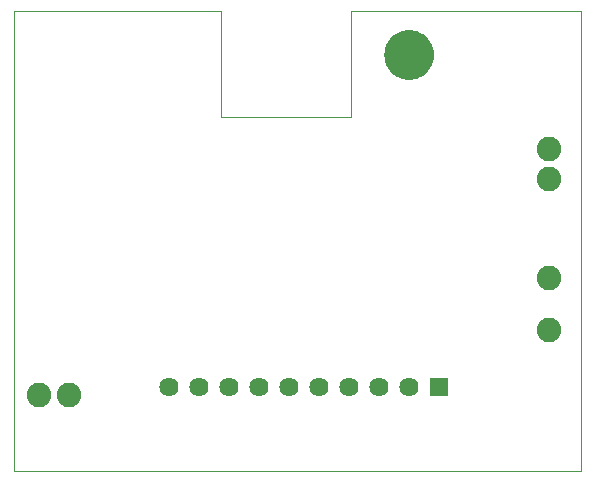
<source format=gbs>
G75*
%MOIN*%
%OFA0B0*%
%FSLAX24Y24*%
%IPPOS*%
%LPD*%
%AMOC8*
5,1,8,0,0,1.08239X$1,22.5*
%
%ADD10C,0.0000*%
%ADD11C,0.1654*%
%ADD12C,0.0820*%
%ADD13R,0.0640X0.0640*%
%ADD14C,0.0640*%
D10*
X000139Y000149D02*
X000139Y015504D01*
X007029Y015504D01*
X007029Y011960D01*
X011360Y011960D01*
X011360Y015504D01*
X019037Y015504D01*
X019037Y000149D01*
X000139Y000149D01*
X012482Y014047D02*
X012484Y014103D01*
X012490Y014159D01*
X012500Y014215D01*
X012513Y014269D01*
X012531Y014323D01*
X012552Y014375D01*
X012576Y014426D01*
X012605Y014475D01*
X012636Y014521D01*
X012671Y014566D01*
X012708Y014608D01*
X012749Y014647D01*
X012792Y014683D01*
X012838Y014716D01*
X012885Y014746D01*
X012935Y014772D01*
X012987Y014795D01*
X013040Y014815D01*
X013094Y014830D01*
X013149Y014842D01*
X013205Y014850D01*
X013261Y014854D01*
X013317Y014854D01*
X013373Y014850D01*
X013429Y014842D01*
X013484Y014830D01*
X013538Y014815D01*
X013591Y014795D01*
X013643Y014772D01*
X013692Y014746D01*
X013740Y014716D01*
X013786Y014683D01*
X013829Y014647D01*
X013870Y014608D01*
X013907Y014566D01*
X013942Y014521D01*
X013973Y014475D01*
X014002Y014426D01*
X014026Y014375D01*
X014047Y014323D01*
X014065Y014269D01*
X014078Y014215D01*
X014088Y014159D01*
X014094Y014103D01*
X014096Y014047D01*
X014094Y013991D01*
X014088Y013935D01*
X014078Y013879D01*
X014065Y013825D01*
X014047Y013771D01*
X014026Y013719D01*
X014002Y013668D01*
X013973Y013619D01*
X013942Y013573D01*
X013907Y013528D01*
X013870Y013486D01*
X013829Y013447D01*
X013786Y013411D01*
X013740Y013378D01*
X013693Y013348D01*
X013643Y013322D01*
X013591Y013299D01*
X013538Y013279D01*
X013484Y013264D01*
X013429Y013252D01*
X013373Y013244D01*
X013317Y013240D01*
X013261Y013240D01*
X013205Y013244D01*
X013149Y013252D01*
X013094Y013264D01*
X013040Y013279D01*
X012987Y013299D01*
X012935Y013322D01*
X012885Y013348D01*
X012838Y013378D01*
X012792Y013411D01*
X012749Y013447D01*
X012708Y013486D01*
X012671Y013528D01*
X012636Y013573D01*
X012605Y013619D01*
X012576Y013668D01*
X012552Y013719D01*
X012531Y013771D01*
X012513Y013825D01*
X012500Y013879D01*
X012490Y013935D01*
X012484Y013991D01*
X012482Y014047D01*
D11*
X013289Y014047D03*
D12*
X017974Y010897D03*
X017974Y009897D03*
X017974Y006606D03*
X017974Y004874D03*
X001950Y002709D03*
X000950Y002709D03*
D13*
X014313Y002967D03*
D14*
X013313Y002967D03*
X012313Y002967D03*
X011313Y002967D03*
X010313Y002967D03*
X009313Y002967D03*
X008313Y002967D03*
X007313Y002967D03*
X006313Y002967D03*
X005313Y002967D03*
M02*

</source>
